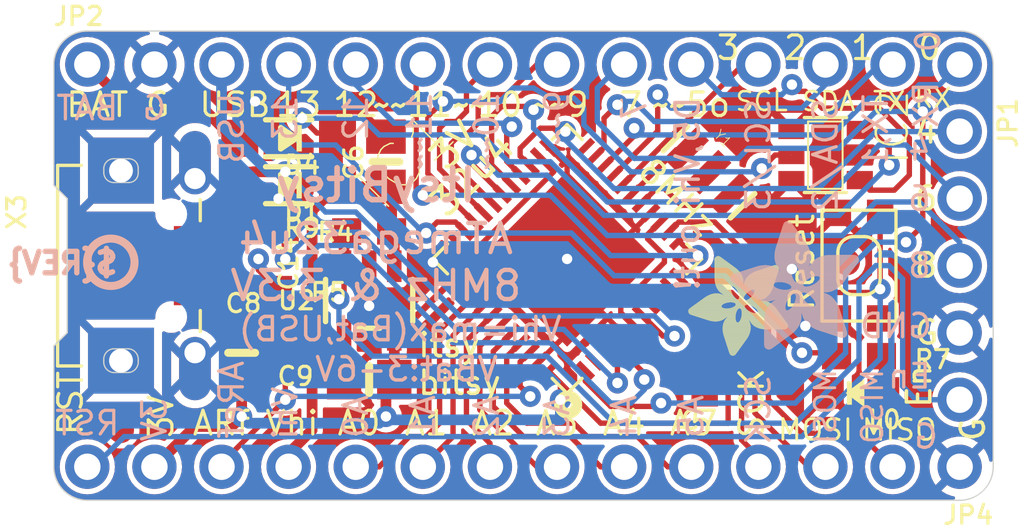
<source format=kicad_pcb>
(kicad_pcb (version 20221018) (generator pcbnew)
  (layers (0 "F.Cu" signal) (31 "B.Cu" signal) (34 "B.Paste" user) (35 "F.Paste" user) (36 "B.SilkS" user "B.Silkscreen") (37 "F.SilkS" user "F.Silkscreen") (38 "B.Mask" user) (39 "F.Mask" user) (44 "Edge.Cuts" user))
  (net 0 "")
  (net 1 "GND")
  (net 2 "D-")
  (net 3 "D+")
  (net 4 "MOSI")
  (net 5 "MISO")
  (net 6 "SCK")
  (net 7 "RST")
  (net 8 "N$11")
  (net 9 "N$12")
  (net 10 "A5")
  (net 11 "A4")
  (net 12 "A3")
  (net 13 "A2")
  (net 14 "A1")
  (net 15 "SDA")
  (net 16 "N$15")
  (net 17 "N$16")
  (net 18 "D1")
  (net 19 "D0")
  (net 20 "+3V3")
  (net 21 "VBUS")
  (net 22 "VBAT")
  (net 23 "N$2")
  (net 24 "AREF")
  (net 25 "A0")
  (net 26 "SCL")
  (net 27 "D4")
  (net 28 "D8")
  (net 29 "D7")
  (net 30 "EN")
  (net 31 "D5")
  (net 32 "D6")
  (net 33 "D10")
  (net 34 "D12")
  (net 35 "D13")
  (net 36 "D11")
  (net 37 "D9")
  (net 38 "VMAX")
  (net 39 "D5_OUT")
  (footprint "working:KMR2" (layer "F.Cu") (at 161.2011 105.0036 -90)
    (fp_text reference "SW1" hide)
    (fp_text value "SPST_TACT-KMR2" hide)
  )
  (footprint "working:1X05_ROUND" (layer "F.Cu") (at 165.0111 105.0036 -90)
    (fp_text reference "JP1")
    (fp_text value "")
  )
  (footprint "working:SOD-123" (layer "F.Cu") (at 139.6111 100.1776 180)
    (fp_text reference "D4")
    (fp_text value "MBR120")
  )
  (footprint "working:TQFN44_7MM" (layer "F.Cu") (at 150.1521 104.7496 45)
    (fp_text reference "IC1")
    (fp_text value "ATMEGA32U4-MU")
  )
  (footprint "working:CHIPLED_0805_NOOUTLINE" (layer "F.Cu") (at 161.0741 109.8296 90)
    (fp_text reference "L0")
    (fp_text value "RED")
  )
  (footprint "working:0603-NO" (layer "F.Cu") (at 142.6591 103.7082 180)
    (fp_text reference "R9")
    (fp_text value "100k")
  )
  (footprint "working:FIDUCIAL_1MM" (layer "F.Cu") (at 133.2611 111.2266 -90)
    (fp_text reference "U$34" hide)
    (fp_text value "FIDUCIAL\"\"" hide)
  )
  (footprint "working:0603-NO" (layer "F.Cu") (at 139.4841 108.0516 90)
    (fp_text reference "C14")
    (fp_text value "1uF")
  )
  (footprint "working:0603-NO" (layer "F.Cu") (at 155.3591 108.9406 -90)
    (fp_text reference "C7")
    (fp_text value "1uF")
  )
  (footprint "working:0805-NO" (layer "F.Cu") (at 142.6591 109.3216 180)
    (fp_text reference "C9")
    (fp_text value "10uF")
  )
  (footprint "working:1X14_ROUND70" (layer "F.Cu") (at 148.5011 97.3836)
    (fp_text reference "JP2")
    (fp_text value "")
  )
  (footprint "working:1X14_ROUND70" (layer "F.Cu") (at 148.5011 112.6236 180)
    (fp_text reference "JP4")
    (fp_text value "")
  )
  (footprint "working:0805-NO" (layer "F.Cu") (at 137.8331 108.3056 90)
    (fp_text reference "C8")
    (fp_text value "10µF")
  )
  (footprint "working:SOT23-5" (layer "F.Cu") (at 142.6591 106.3244 180)
    (fp_text reference "U2")
    (fp_text value "MIC5225-3.3")
  )
  (footprint "working:FIDUCIAL_1MM" (layer "F.Cu") (at 160.7403 104.8696 -90)
    (fp_text reference "U$35" hide)
    (fp_text value "FIDUCIAL\"\"" hide)
  )
  (footprint "working:0603-NO" (layer "F.Cu") (at 138.5951 103.6066)
    (fp_text reference "R4")
    (fp_text value "22")
  )
  (footprint "working:SOT23-5" (layer "F.Cu") (at 159.9311 100.8126 -90)
    (fp_text reference "IC2")
    (fp_text value "74HCT1G125DBV")
  )
  (footprint "working:SOD-123" (layer "F.Cu") (at 139.6111 101.9556 180)
    (fp_text reference "D1")
    (fp_text value "MBR120")
  )
  (footprint "working:0603-NO" (layer "F.Cu") (at 161.2011 108.4326)
    (fp_text reference "R7")
    (fp_text value "2.2K")
  )
  (footprint "working:ADAFRUIT_3.5MM" (layer "F.Cu") (at 158.5341 104.6226 180)
    (fp_text reference "U$7" hide)
    (fp_text value "" hide)
  )
  (footprint "working:RESONATOR-SMD" (layer "F.Cu") (at 155.523296 101.46301 -45)
    (fp_text reference "Y1")
    (fp_text value "8MHz")
  )
  (footprint "working:0603-NO" (layer "F.Cu") (at 138.3411 105.8926)
    (fp_text reference "R5")
    (fp_text value "22")
  )
  (footprint "working:4UCONN_20329_V2" (layer "F.Cu") (at 135.1661 105.0036 -90)
    (fp_text reference "X3")
    (fp_text value "microUSB")
    (fp_line (start -4.05 2.15) (end -4.05 1.6) (stroke (width 0.05)) (layer "Edge.Cuts"))
    (fp_line (start -3.7 1.25) (end -3.5 1.25) (stroke (width 0.05)) (layer "Edge.Cuts"))
    (fp_line (start -3.5 2.55) (end -3.7 2.55) (stroke (width 0.05)) (layer "Edge.Cuts"))
    (fp_line (start -3.15 1.6) (end -3.15 2.15) (stroke (width 0.05)) (layer "Edge.Cuts"))
    (fp_line (start 3.15 2.2) (end 3.15 1.6) (stroke (width 0.05)) (layer "Edge.Cuts"))
    (fp_line (start 4.05 1.6) (end 4.05 2.2) (stroke (width 0.05)) (layer "Edge.Cuts"))
    (fp_arc (start -4.05 1.6) (mid -3.947487 1.352513) (end -3.7 1.25) (stroke (width 0.05)) (layer "Edge.Cuts"))
    (fp_arc (start -3.7 2.55) (mid -3.957843 2.422487) (end -4.05 2.15) (stroke (width 0.05)) (layer "Edge.Cuts"))
    (fp_arc (start -3.5 1.25) (mid -3.252513 1.352513) (end -3.15 1.6) (stroke (width 0.05)) (layer "Edge.Cuts"))
    (fp_arc (start -3.15 2.15) (mid -3.242157 2.422487) (end -3.5 2.55) (stroke (width 0.05)) (layer "Edge.Cuts"))
    (fp_arc (start 3.15 1.6) (mid 3.302513 1.331802) (end 3.6 1.25) (stroke (width 0.05)) (layer "Edge.Cuts"))
    (fp_arc (start 3.6 1.25) (mid 3.897487 1.331802) (end 4.05 1.6) (stroke (width 0.05)) (layer "Edge.Cuts"))
    (fp_arc (start 3.6 2.55) (mid 3.302513 2.468198) (end 3.15 2.2) (stroke (width 0.05)) (layer "Edge.Cuts"))
    (fp_arc (start 4.05 2.2) (mid 3.897487 2.468198) (end 3.6 2.55) (stroke (width 0.05)) (layer "Edge.Cuts"))
  )
  (footprint "working:0805-NO" (layer "F.Cu") (at 143.2941 101.0666 90)
    (fp_text reference "C6")
    (fp_text value "10µF")
  )
  (footprint "working:ADAFRUIT_5MM" (layer "B.Cu") (at 161.2011 108.1786 180)
    (fp_text reference "U$4" hide)
    (fp_text value "" hide)
  )
  (footprint "working:PCBFEAT-REV-040" (layer "B.Cu") (at 132.8801 104.8766 180)
    (fp_text reference "U$2" hide)
    (fp_text value "" hide)
  )
  (gr_line (start 130.7211 108.0516) (end 130.7211 112.6236) (stroke (width 0.05)) (layer "Edge.Cuts"))
  (gr_line (start 130.7211 101.9556) (end 131.2291 102.4636) (stroke (width 0.05)) (layer "Edge.Cuts"))
  (gr_line (start 130.7211 97.3836) (end 130.7211 101.9556) (stroke (width 0.05)) (layer "Edge.Cuts"))
  (gr_arc (start 166.2811 112.6236) (mid 165.909126 113.521626) (end 165.0111 113.8936) (stroke (width 0.05)) (layer "Edge.Cuts"))
  (gr_line (start 131.2291 102.4636) (end 131.2291 107.5436) (stroke (width 0.05)) (layer "Edge.Cuts"))
  (gr_line (start 165.0111 96.1136) (end 131.9911 96.1136) (stroke (width 0.05)) (layer "Edge.Cuts"))
  (gr_arc (start 131.9911 113.8936) (mid 131.093074 113.521626) (end 130.7211 112.6236) (stroke (width 0.05)) (layer "Edge.Cuts"))
  (gr_arc (start 165.0111 96.1136) (mid 165.909126 96.485574) (end 166.2811 97.3836) (stroke (width 0.05)) (layer "Edge.Cuts"))
  (gr_line (start 166.2811 112.6236) (end 166.2811 97.3836) (stroke (width 0.05)) (layer "Edge.Cuts"))
  (gr_line (start 131.2291 107.5436) (end 130.7211 108.0516) (stroke (width 0.05)) (layer "Edge.Cuts"))
  (gr_line (start 131.9911 113.8936) (end 165.0111 113.8936) (stroke (width 0.05)) (layer "Edge.Cuts"))
  (gr_arc (start 130.7211 97.3836) (mid 131.093074 96.485574) (end 131.9911 96.1136) (stroke (width 0.05)) (layer "Edge.Cuts"))
  (gr_text "MOSI" (at 159.9311 110.3376 -270) (layer "B.SilkS") (effects (font (size 0.78232 0.78232) (thickness 0.10668)) (justify mirror)))
  (gr_text "ATmega32u4\n8MHz & 3.3V" (at 142.9131 104.8766) (layer "B.SilkS") (effects (font (size 1.1049 1.1049) (thickness 0.1651)) (justify mirror)))
  (gr_text "GND" (at 162.5981 107.2896) (layer "B.SilkS") (effects (font (size 0.89408 0.89408) (thickness 0.12192)) (justify mirror)))
  (gr_text "6" (at 163.4871 102.4636) (layer "B.SilkS") (effects (font (size 0.89408 0.89408) (thickness 0.12192)) (justify mirror)))
  (gr_text "9~~" (at 149.7711 99.4156 -270) (layer "B.SilkS") (effects (font (size 0.89408 0.89408) (thickness 0.12192)) (justify mirror)))
  (gr_text "A4" (at 152.3111 110.7186 -270) (layer "B.SilkS") (effects (font (size 0.89408 0.89408) (thickness 0.12192)) (justify mirror)))
  (gr_text "4" (at 163.4871 100.5586) (layer "B.SilkS") (effects (font (size 0.89408 0.89408) (thickness 0.12192)) (justify mirror)))
  (gr_text "A2" (at 147.1041 110.7186 -270) (layer "B.SilkS") (effects (font (size 0.89408 0.89408) (thickness 0.12192)) (justify mirror)))
  (gr_text "11~~" (at 144.5641 99.9236 -270) (layer "B.SilkS") (effects (font (size 0.89408 0.89408) (thickness 0.12192)) (justify mirror)))
  (gr_text "7" (at 152.6921 99.0346 -270) (layer "B.SilkS") (effects (font (size 0.89408 0.89408) (thickness 0.12192)) (justify mirror)))
  (gr_text "En" (at 163.1061 109.1946) (layer "B.SilkS") (effects (font (size 0.89408 0.89408) (thickness 0.12192)) (justify mirror)))
  (gr_text "3V" (at 134.5311 110.8456 -270) (layer "B.SilkS") (effects (font (size 0.89408 0.89408) (thickness 0.12192)) (justify mirror)))
  (gr_text "A1" (at 144.6911 110.7186 -270) (layer "B.SilkS") (effects (font (size 0.89408 0.89408) (thickness 0.12192)) (justify mirror)))
  (gr_text "A5" (at 154.8511 110.7186 -270) (layer "B.SilkS") (effects (font (size 0.89408 0.89408) (thickness 0.12192)) (justify mirror)))
  (gr_text "Vhi=max(Bat,USB)" (at 150.0251 107.9246) (layer "B.SilkS") (effects (font (size 0.88392 0.88392) (thickness 0.13208)) (justify left bottom mirror)))
  (gr_text "12" (at 142.1511 99.4156 -270) (layer "B.SilkS") (effects (font (size 0.89408 0.89408) (thickness 0.12192)) (justify mirror)))
  (gr_text "8" (at 163.4871 105.0036) (layer "B.SilkS") (effects (font (size 0.89408 0.89408) (thickness 0.12192)) (justify mirror)))
  (gr_text "D5,Vhi out!" (at 155.2321 98.5266 -270) (layer "B.SilkS") (effects (font (size 0.88392 0.88392) (thickness 0.13208)) (justify left bottom mirror)))
  (gr_text "SCL/3" (at 157.3911 100.8126 -270) (layer "B.SilkS") (effects (font (size 0.89408 0.89408) (thickness 0.12192)) (justify mirror)))
  (gr_text "A0" (at 142.1511 110.7186 -270) (layer "B.SilkS") (effects (font (size 0.89408 0.89408) (thickness 0.12192)) (justify mirror)))
  (gr_text "VBat:3-6V" (at 147.6121 109.4486) (layer "B.SilkS") (effects (font (size 0.88392 0.88392) (thickness 0.13208)) (justify left bottom mirror)))
  (gr_text "Vhi" (at 139.4841 110.5916 -270) (layer "B.SilkS") (effects (font (size 0.89408 0.89408) (thickness 0.12192)) (justify mirror)))
  (gr_text "ARef" (at 137.4521 110.0836 -270) (layer "B.SilkS") (effects (font (size 0.89408 0.89408) (thickness 0.12192)) (justify mirror)))
  (gr_text "ItsyBitsy" (at 142.9131 101.9556) (layer "B.SilkS") (effects (font (size 1.20904 1.20904) (thickness 0.21336)) (justify mirror)))
  (gr_text "SCK" (at 157.3911 110.4646 -270) (layer "B.SilkS") (effects (font (size 0.89408 0.89408) (thickness 0.12192)) (justify mirror)))
  (gr_text "10~~" (at 147.1041 99.9236 -270) (layer "B.SilkS") (effects (font (size 0.89408 0.89408) (thickness 0.12192)) (justify mirror)))
  (gr_text "13" (at 139.4841 99.4156 -270) (layer "B.SilkS") (effects (font (size 0.89408 0.89408) (thickness 0.12192)) (justify mirror)))
  (gr_text "0" (at 163.7411 96.4946 -90) (layer "B.SilkS") (effects (font (size 0.89408 0.89408) (thickness 0.12192)) (justify mirror)))
  (gr_text "G" (at 163.7411 111.4806) (layer "B.SilkS") (effects (font (size 0.89408 0.89408) (thickness 0.12192)) (justify mirror)))
  (gr_text "A3" (at 149.7711 110.7186 -270) (layer "B.SilkS") (effects (font (size 0.89408 0.89408) (thickness 0.12192)) (justify mirror)))
  (gr_text "SDA/2" (at 159.9311 100.8126 -270) (layer "B.SilkS") (effects (font (size 0.89408 0.89408) (thickness 0.12192)) (justify mirror)))
  (gr_text "MISO" (at 161.7091 110.3376 -270) (layer "B.SilkS") (effects (font (size 0.78232 0.78232) (thickness 0.10668)) (justify mirror)))
  (gr_text "TX,1" (at 161.8361 99.9236 -270) (layer "B.SilkS") (effects (font (size 0.89408 0.89408) (thickness 0.12192)) (justify mirror)))
  (gr_text "RX" (at 163.7411 98.9076 -270) (layer "B.SilkS") (effects (font (size 0.89408 0.89408) (thickness 0.12192)) (justify mirror)))
  (gr_text "BAT" (at 131.9911 99.0346) (layer "B.SilkS") (effects (font (size 0.89408 0.89408) (thickness 0.12192)) (justify mirror)))
  (gr_text "USB" (at 137.4521 99.7966 -270) (layer "B.SilkS") (effects (font (size 0.89408 0.89408) (thickness 0.12192)) (justify mirror)))
  (gr_text "RST" (at 131.9911 110.9726) (layer "B.SilkS") (effects (font (size 0.89408 0.89408) (thickness 0.12192)) (justify mirror)))
  (gr_text "G" (at 134.5311 99.0346) (layer "B.SilkS") (effects (font (size 0.89408 0.89408) (thickness 0.12192)) (justify mirror)))
  (gr_text "Vhi" (at 139.7381 110.9726) (layer "F.SilkS") (effects (font (size 0.89408 0.89408) (thickness 0.12192))))
  (gr_text "13" (at 139.9921 98.9076) (layer "F.SilkS") (effects (font (size 0.89408 0.89408) (thickness 0.12192))))
  (gr_text "7" (at 152.5651 98.9076) (layer "F.SilkS") (effects (font (size 0.89408 0.89408) (thickness 0.12192))))
  (gr_text "ARf" (at 137.0711 110.9726) (layer "F.SilkS") (effects (font (size 0.89408 0.89408) (thickness 0.12192))))
  (gr_text "itsy\nbitsy" (at 144.4371 109.9566) (layer "F.SilkS") (effects (font (size 0.88392 0.88392) (thickness 0.13208)) (justify left bottom)))
  (gr_text "RX" (at 163.9951 98.6536) (layer "F.SilkS") (effects (font (size 0.715264 0.715264) (thickness 0.097536))))
  (gr_text "2" (at 158.7881 96.7486) (layer "F.SilkS") (effects (font (size 0.89408 0.89408) (thickness 0.12192))))
  (gr_text "~~11" (at 144.3101 98.9076) (layer "F.SilkS") (effects (font (size 0.89408 0.89408) (thickness 0.12192))))
  (gr_text "MISO" (at 162.7251 111.2266) (layer "F.SilkS") (effects (font (size 0.78232 0.78232) (thickness 0.10668))))
  (gr_text "G" (at 163.2331 108.0516) (layer "F.SilkS") (effects (font (size 0.88392 0.88392) (thickness 0.13208)) (justify left bottom)))
  (gr_text "3" (at 156.2481 96.7486) (layer "F.SilkS") (effects (font (size 0.89408 0.89408) (thickness 0.12192))))
  (gr_text "6" (at 163.2331 102.9716) (layer "F.SilkS") (effects (font (size 0.88392 0.88392) (thickness 0.13208)) (justify left bottom)))
  (gr_text "G" (at 166.0271 111.7346 90) (layer "F.SilkS") (effects (font (size 0.88392 0.88392) (thickness 0.13208)) (justify left bottom)))
  (gr_text "SDA" (at 160.0581 98.7806) (layer "F.SilkS") (effects (font (size 0.715264 0.715264) (thickness 0.097536))))
  (gr_text "A4" (at 152.3111 110.9726) (layer "F.SilkS") (effects (font (size 0.89408 0.89408) (thickness 0.12192))))
  (gr_text "USB" (at 137.5791 98.9076) (layer "F.SilkS") (effects (font (size 0.89408 0.89408) (thickness 0.12192))))
  (gr_text "En" (at 163.9951 110.4646 90) (layer "F.SilkS") (effects (font (size 0.88392 0.88392) (thickness 0.13208)) (justify left bottom)))
  (gr_text "~~9" (at 149.8981 98.9076) (layer "F.SilkS") (effects (font (size 0.89408 0.89408) (thickness 0.12192))))
  (gr_text "3V" (at 134.7851 110.7186 90) (layer "F.SilkS") (effects (font (size 0.89408 0.89408) (thickness 0.12192))))
  (gr_text "~~5o" (at 154.8511 98.9076) (layer "F.SilkS") (effects (font (size 0.89408 0.89408) (thickness 0.12192))))
  (gr_text "A0" (at 142.2781 110.9726) (layer "F.SilkS") (effects (font (size 0.89408 0.89408) (thickness 0.12192))))
  (gr_text "1" (at 161.3281 96.7486) (layer "F.SilkS") (effects (font (size 0.89408 0.89408) (thickness 0.12192))))
  (gr_text "3V" (at 145.5801 101.5746 45) (layer "F.SilkS") (effects (font (size 0.99441 0.99441) (thickness 0.14859)) (justify left bottom)))
  (gr_text "A2" (at 147.3581 110.9726) (layer "F.SilkS") (effects (font (size 0.89408 0.89408) (thickness 0.12192))))
  (gr_text "BAT" (at 132.3721 98.9076) (layer "F.SilkS") (effects (font (size 0.89408 0.89408) (thickness 0.12192))))
  (gr_text "12" (at 142.1511 98.9076) (layer "F.SilkS") (effects (font (size 0.89408 0.89408) (thickness 0.12192))))
  (gr_text "4" (at 163.2331 100.4316) (layer "F.SilkS") (effects (font (size 0.88392 0.88392) (thickness 0.13208)) (justify left bottom)))
  (gr_text "G" (at 134.6581 98.9076) (layer "F.SilkS") (effects (font (size 0.89408 0.89408) (thickness 0.12192))))
  (gr_text "Reset" (at 159.0421 104.8766 90) (layer "F.SilkS") (effects (font (size 0.89408 0.89408) (thickness 0.12192))))
  (gr_text "8" (at 163.2331 105.5116) (layer "F.SilkS") (effects (font (size 0.88392 0.88392) (thickness 0.13208)) (justify left bottom)))
  (gr_text "32u4" (at 145.5801 103.3526 45) (layer "F.SilkS") (effects (font (size 0.99441 0.99441) (thickness 0.14859)) (justify left bottom)))
  (gr_text "A1" (at 144.8181 110.9726) (layer "F.SilkS") (effects (font (size 0.89408 0.89408) (thickness 0.12192))))
  (gr_text "10" (at 147.6121 98.9076) (layer "F.SilkS") (effects (font (size 0.89408 0.89408) (thickness 0.12192))))
  (gr_text "RST" (at 131.3561 110.2106 90) (layer "F.SilkS") (effects (font (size 0.89408 0.89408) (thickness 0.12192))))
  (gr_text "~~" (at 146.4691 98.9076) (layer "F.SilkS") (effects (font (size 0.89408 0.89408) (thickness 0.12192))))
  (gr_text "SCK" (at 157.1371 110.2106 90) (layer "F.SilkS") (effects (font (size 0.89408 0.89408) (thickness 0.12192))))
  (gr_text "TX" (at 162.3441 98.7806) (layer "F.SilkS") (effects (font (size 0.715264 0.715264) (thickness 0.097536))))
  (gr_text "0" (at 163.8681 96.7486) (layer "F.SilkS") (effects (font (size 0.89408 0.89408) (thickness 0.12192))))
  (gr_text "8MHz" (at 155.9941 103.3526 315) (layer "F.SilkS") (effects (font (size 0.88392 0.88392) (thickness 0.13208)) (justify right top)))
  (gr_text "A3" (at 149.7711 110.9726) (layer "F.SilkS") (effects (font (size 0.89408 0.89408) (thickness 0.12192))))
  (gr_text "MOSI" (at 159.5501 111.2266) (layer "F.SilkS") (effects (font (size 0.78232 0.78232) (thickness 0.10668))))
  (gr_text "A5" (at 154.8511 110.9726) (layer "F.SilkS") (effects (font (size 0.89408 0.89408) (thickness 0.12192))))
  (gr_text "SCL" (at 157.5181 98.7806) (layer "F.SilkS") (effects (font (size 0.715264 0.715264) (thickness 0.097536))))
  (segment (start 153.3164 102.999513) (end 151.566312 104.7496) (width 0.2032) (layer "F.Cu") (net 1))
  (segment (start 150.1521 101.214069) (end 150.1521 104.7496) (width 0.2032) (layer "F.Cu") (net 1))
  (segment (start 151.566312 104.7496) (end 150.1521 104.7496) (width 0.2032) (layer "F.Cu") (net 1))
  (segment (start 149.462668 100.524638) (end 150.1521 101.214069) (width 0.2032) (layer "F.Cu") (net 1))
  (segment (start 150.1521 107.578029) (end 150.1521 105.45671) (width 0.2032) (layer "F.Cu") (net 1))
  (segment (start 149.109115 108.621013) (end 150.1521 107.578029) (width 0.2032) (layer "F.Cu") (net 1))
  (segment (start 147.323671 104.7496) (end 150.1521 104.7496) (width 0.2032) (layer "F.Cu") (net 1))
  (segment (start 150.1521 105.45671) (end 150.1521 104.7496) (width 0.2032) (layer "F.Cu") (net 1))
  (segment (start 152.25574 107.56035) (end 150.1521 105.45671) (width 0.2032) (layer "F.Cu") (net 1))
  (segment (start 146.280687 105.792585) (end 147.323671 104.7496) (width 0.2032) (layer "F.Cu") (net 1))
  (via (at 138.3411 98.7806) (size 0.8001) (drill 0.3937) (layers "F.Cu" "B.Cu") (net 1))
  (via (at 150.1521 104.7496) (size 0.8001) (drill 0.3937) (layers "F.Cu" "B.Cu") (net 1))
  (via (at 158.6611 105.1306) (size 0.8001) (drill 0.3937) (layers "F.Cu" "B.Cu") (net 1))
  (via (at 145.0721 104.8766) (size 0.8001) (drill 0.3937) (layers "F.Cu" "B.Cu") (net 1))
  (via (at 159.1691 107.2896) (size 0.8001) (drill 0.3937) (layers "F.Cu" "B.Cu") (net 1))
  (via (at 139.2301 102.4636) (size 0.8001) (drill 0.3937) (layers "F.Cu" "B.Cu") (net 1))
  (via (at 142.6591 106.5276) (size 0.8001) (drill 0.3937) (layers "F.Cu" "B.Cu") (net 1))
  (segment (start 152.0571 108.775922) (end 151.548634 108.267457) (width 0.2032) (layer "F.Cu") (net 2))
  (segment (start 152.0571 109.4486) (end 152.0571 108.775922) (width 0.2032) (layer "F.Cu") (net 2))
  (segment (start 139.4451 104.7106) (end 139.4841 104.7496) (width 0.2032) (layer "F.Cu") (net 2))
  (segment (start 139.4451 103.6066) (end 139.4451 104.7106) (width 0.2032) (layer "F.Cu") (net 2))
  (via (at 139.4841 104.7496) (size 0.8001) (drill 0.3937) (layers "F.Cu" "B.Cu") (net 2))
  (via (at 152.0571 109.4486) (size 0.8001) (drill 0.3937) (layers "F.Cu" "B.Cu") (net 2))
  (segment (start 142.2781 103.7336) (end 145.9611 107.4166) (width 0.2032) (layer "B.Cu") (net 2))
  (segment (start 140.5001 103.7336) (end 142.2781 103.7336) (width 0.2032) (layer "B.Cu") (net 2))
  (segment (start 139.4841 104.7496) (end 140.5001 103.7336) (width 0.2032) (layer "B.Cu") (net 2))
  (segment (start 150.0251 107.4166) (end 152.0571 109.4486) (width 0.2032) (layer "B.Cu") (net 2))
  (segment (start 145.9611 107.4166) (end 150.0251 107.4166) (width 0.2032) (layer "B.Cu") (net 2))
  (segment (start 138.4681 104.7496) (end 138.4681 105.1696) (width 0.2032) (layer "F.Cu") (net 3))
  (segment (start 153.0731 109.084816) (end 153.0731 109.3216) (width 0.2032) (layer "F.Cu") (net 3))
  (segment (start 138.4681 105.1696) (end 139.1911 105.8926) (width 0.2032) (layer "F.Cu") (net 3))
  (segment (start 151.902187 107.913904) (end 153.0731 109.084816) (width 0.2032) (layer "F.Cu") (net 3))
  (via (at 153.0731 109.3216) (size 0.8001) (drill 0.3937) (layers "F.Cu" "B.Cu") (net 3))
  (via (at 138.4681 104.7496) (size 0.8001) (drill 0.3937) (layers "F.Cu" "B.Cu") (net 3))
  (segment (start 138.4681 104.8766) (end 138.4681 104.7496) (width 0.2032) (layer "B.Cu") (net 3))
  (segment (start 151.8031 110.2106) (end 152.5651 110.2106) (width 0.2032) (layer "B.Cu") (net 3))
  (segment (start 140.2461 105.3846) (end 140.2461 104.7496) (width 0.2032) (layer "B.Cu") (net 3))
  (segment (start 140.7541 104.2416) (end 142.1511 104.2416) (width 0.2032) (layer "B.Cu") (net 3))
  (segment (start 152.5651 110.2106) (end 153.0731 109.7026) (width 0.2032) (layer "B.Cu") (net 3))
  (segment (start 145.8341 107.9246) (end 149.5171 107.9246) (width 0.2032) (layer "B.Cu") (net 3))
  (segment (start 139.2301 105.6386) (end 138.4681 104.8766) (width 0.2032) (layer "B.Cu") (net 3))
  (segment (start 140.2461 104.7496) (end 140.7541 104.2416) (width 0.2032) (layer "B.Cu") (net 3))
  (segment (start 139.2301 105.6386) (end 139.9921 105.6386) (width 0.2032) (layer "B.Cu") (net 3))
  (segment (start 149.5171 107.9246) (end 151.8031 110.2106) (width 0.2032) (layer "B.Cu") (net 3))
  (segment (start 142.1511 104.2416) (end 145.8341 107.9246) (width 0.2032) (layer "B.Cu") (net 3))
  (segment (start 139.9921 105.6386) (end 140.2461 105.3846) (width 0.2032) (layer "B.Cu") (net 3))
  (segment (start 153.0731 109.7026) (end 153.0731 109.3216) (width 0.2032) (layer "B.Cu") (net 3))
  (segment (start 154.758525 106.5276) (end 156.1211 106.5276) (width 0.2032) (layer "F.Cu") (net 4))
  (segment (start 157.2641 107.6706) (end 157.2641 110.5916) (width 0.2032) (layer "F.Cu") (net 4))
  (segment (start 157.2641 110.5916) (end 159.2961 112.6236) (width 0.2032) (layer "F.Cu") (net 4))
  (segment (start 154.023509 105.792585) (end 154.758525 106.5276) (width 0.2032) (layer "F.Cu") (net 4))
  (segment (start 159.2961 112.6236) (end 159.9311 112.6236) (width 0.2032) (layer "F.Cu") (net 4))
  (segment (start 156.1211 106.5276) (end 157.2641 107.6706) (width 0.2032) (layer "F.Cu") (net 4))
  (segment (start 161.2011 111.3536) (end 162.4711 112.6236) (width 0.2032) (layer "F.Cu") (net 5))
  (segment (start 159.0421 111.3536) (end 161.2011 111.3536) (width 0.2032) (layer "F.Cu") (net 5))
  (segment (start 156.3751 106.0196) (end 157.7721 107.4166) (width 0.2032) (layer "F.Cu") (net 5))
  (segment (start 157.7721 110.0836) (end 159.0421 111.3536) (width 0.2032) (layer "F.Cu") (net 5))
  (segment (start 157.7721 107.4166) (end 157.7721 110.0836) (width 0.2032) (layer "F.Cu") (net 5))
  (segment (start 154.377062 105.439032) (end 154.957631 106.0196) (width 0.2032) (layer "F.Cu") (net 5))
  (segment (start 154.957631 106.0196) (end 156.3751 106.0196) (width 0.2032) (layer "F.Cu") (net 5))
  (segment (start 155.8671 107.0356) (end 156.7561 107.9246) (width 0.2032) (layer "F.Cu") (net 6))
  (segment (start 156.7561 111.6076) (end 157.3911 112.2426) (width 0.2032) (layer "F.Cu") (net 6))
  (segment (start 156.7561 107.9246) (end 156.7561 111.6076) (width 0.2032) (layer "F.Cu") (net 6))
  (segment (start 153.669953 106.146138) (end 154.559415 107.0356) (width 0.2032) (layer "F.Cu") (net 6))
  (segment (start 154.559415 107.0356) (end 155.8671 107.0356) (width 0.2032) (layer "F.Cu") (net 6))
  (segment (start 157.3911 112.2426) (end 157.3911 112.6236) (width 0.2032) (layer "F.Cu") (net 6))
  (segment (start 162.0011 105.9816) (end 162.0011 105.8926) (width 0.2032) (layer "F.Cu") (net 7))
  (segment (start 162.0011 107.0036) (end 162.0011 105.8926) (width 0.2032) (layer "F.Cu") (net 7))
  (segment (start 154.023509 103.706619) (end 154.377528 103.3526) (width 0.2032) (layer "F.Cu") (net 7))
  (segment (start 162.0011 103.0036) (end 162.0011 105.8926) (width 0.2032) (layer "F.Cu") (net 7))
  (segment (start 154.377528 103.3526) (end 155.7401 103.3526) (width 0.2032) (layer "F.Cu") (net 7))
  (segment (start 161.9631 106.0196) (end 162.0011 105.9816) (width 0.2032) (layer "F.Cu") (net 7))
  (segment (start 155.7401 103.3526) (end 158.4071 106.0196) (width 0.2032) (layer "F.Cu") (net 7))
  (segment (start 162.0011 107.2516) (end 162.0011 107.0036) (width 0.2032) (layer "F.Cu") (net 7))
  (segment (start 158.4071 106.0196) (end 161.9631 106.0196) (width 0.2032) (layer "F.Cu") (net 7))
  (via (at 162.0011 105.8926) (size 0.8001) (drill 0.3937) (layers "F.Cu" "B.Cu") (net 7))
  (segment (start 162.0011 108.5216) (end 162.0011 105.8926) (width 0.2032) (layer "B.Cu") (net 7))
  (segment (start 133.3881 111.4806) (end 159.0421 111.4806) (width 0.2032) (layer "B.Cu") (net 7))
  (segment (start 159.0421 111.4806) (end 162.0011 108.5216) (width 0.2032) (layer "B.Cu") (net 7))
  (segment (start 131.9911 112.6236) (end 132.2451 112.6236) (width 0.2032) (layer "B.Cu") (net 7))
  (segment (start 132.2451 112.6236) (end 133.3881 111.4806) (width 0.2032) (layer "B.Cu") (net 7))
  (segment (start 152.962846 102.64596) (end 153.526206 102.0826) (width 0.2032) (layer "F.Cu") (net 8))
  (segment (start 155.8671 102.7176) (end 156.273159 102.311541) (width 0.2032) (layer "F.Cu") (net 8))
  (segment (start 154.4701 102.7176) (end 155.8671 102.7176) (width 0.2032) (layer "F.Cu") (net 8))
  (segment (start 153.8351 102.0826) (end 154.4701 102.7176) (width 0.2032) (layer "F.Cu") (net 8))
  (segment (start 156.273159 102.311541) (end 156.371825 102.311541) (width 0.2032) (layer "F.Cu") (net 8))
  (segment (start 153.526206 102.0826) (end 153.8351 102.0826) (width 0.2032) (layer "F.Cu") (net 8))
  (segment (start 152.609293 102.292407) (end 154.287218 100.614482) (width 0.2032) (layer "F.Cu") (net 9))
  (segment (start 154.287218 100.614482) (end 154.674765 100.614482) (width 0.2032) (layer "F.Cu") (net 9))
  (segment (start 150.4061 110.9726) (end 150.9141 111.4806) (width 0.2032) (layer "F.Cu") (net 10))
  (segment (start 152.8191 111.4806) (end 153.9621 112.6236) (width 0.2032) (layer "F.Cu") (net 10))
  (segment (start 148.402009 107.913904) (end 147.8661 108.449813) (width 0.2032) (layer "F.Cu") (net 10))
  (segment (start 147.8661 108.449813) (end 147.8661 110.2106) (width 0.2032) (layer "F.Cu") (net 10))
  (segment (start 147.8661 110.2106) (end 148.6281 110.9726) (width 0.2032) (layer "F.Cu") (net 10))
  (segment (start 148.6281 110.9726) (end 150.4061 110.9726) (width 0.2032) (layer "F.Cu") (net 10))
  (segment (start 153.9621 112.6236) (end 154.8511 112.6236) (width 0.2032) (layer "F.Cu") (net 10))
  (segment (start 150.9141 111.4806) (end 152.8191 111.4806) (width 0.2032) (layer "F.Cu") (net 10))
  (segment (start 150.2791 111.4806) (end 151.4221 112.6236) (width 0.2032) (layer "F.Cu") (net 11))
  (segment (start 147.3581 108.250707) (end 147.3581 110.3376) (width 0.2032) (layer "F.Cu") (net 11))
  (segment (start 148.5011 111.4806) (end 150.2791 111.4806) (width 0.2032) (layer "F.Cu") (net 11))
  (segment (start 148.048456 107.56035) (end 147.3581 108.250707) (width 0.2032) (layer "F.Cu") (net 11))
  (segment (start 147.3581 110.3376) (end 148.5011 111.4806) (width 0.2032) (layer "F.Cu") (net 11))
  (segment (start 151.4221 112.6236) (end 152.3111 112.6236) (width 0.2032) (layer "F.Cu") (net 11))
  (segment (start 146.8501 110.4646) (end 149.0091 112.6236) (width 0.2032) (layer "F.Cu") (net 12))
  (segment (start 147.694903 107.206797) (end 146.8501 108.0516) (width 0.2032) (layer "F.Cu") (net 12))
  (segment (start 149.0091 112.6236) (end 149.7711 112.6236) (width 0.2032) (layer "F.Cu") (net 12))
  (segment (start 146.8501 108.0516) (end 146.8501 110.4646) (width 0.2032) (layer "F.Cu") (net 12))
  (segment (start 147.34135 106.853244) (end 146.3421 107.852494) (width 0.2032) (layer "F.Cu") (net 13))
  (segment (start 146.3421 107.852494) (end 146.3421 110.8456) (width 0.2032) (layer "F.Cu") (net 13))
  (segment (start 146.3421 110.8456) (end 147.2311 111.7346) (width 0.2032) (layer "F.Cu") (net 13))
  (segment (start 147.2311 111.7346) (end 147.2311 112.6236) (width 0.2032) (layer "F.Cu") (net 13))
  (segment (start 146.987796 106.499691) (end 145.8341 107.653388) (width 0.2032) (layer "F.Cu") (net 14))
  (segment (start 145.8341 111.4806) (end 144.6911 112.6236) (width 0.2032) (layer "F.Cu") (net 14))
  (segment (start 145.8341 107.653388) (end 145.8341 111.4806) (width 0.2032) (layer "F.Cu") (net 14))
  (segment (start 151.902187 101.5853) (end 153.5811 99.906388) (width 0.2032) (layer "F.Cu") (net 15))
  (segment (start 153.5811 99.906388) (end 153.5811 98.5266) (width 0.2032) (layer "F.Cu") (net 15))
  (via (at 153.5811 98.5266) (size 0.8001) (drill 0.3937) (layers "F.Cu" "B.Cu") (net 15))
  (segment (start 159.0421 99.0346) (end 159.9311 98.1456) (width 0.2032) (layer "B.Cu") (net 15))
  (segment (start 154.0891 99.0346) (end 153.5811 98.5266) (width 0.2032) (layer "B.Cu") (net 15))
  (segment (start 154.0891 99.0346) (end 159.0421 99.0346) (width 0.2032) (layer "B.Cu") (net 15))
  (segment (start 159.9311 98.1456) (end 159.9311 97.3836) (width 0.2032) (layer "B.Cu") (net 15))
  (segment (start 137.4911 105.6776) (end 137.4911 105.8926) (width 0.2032) (layer "F.Cu") (net 16))
  (segment (start 136.8171 105.0036) (end 137.4911 105.6776) (width 0.2032) (layer "F.Cu") (net 16))
  (segment (start 135.9411 105.0036) (end 136.8171 105.0036) (width 0.2032) (layer "F.Cu") (net 16))
  (segment (start 135.9411 104.3536) (end 136.9981 104.3536) (width 0.2032) (layer "F.Cu") (net 17))
  (segment (start 136.9981 104.3536) (end 137.7451 103.6066) (width 0.2032) (layer "F.Cu") (net 17))
  (segment (start 151.195081 100.878191) (end 151.5491 100.524172) (width 0.2032) (layer "F.Cu") (net 18))
  (segment (start 151.5491 100.524172) (end 151.5491 99.4156) (width 0.2032) (layer "F.Cu") (net 18))
  (segment (start 151.5491 99.4156) (end 152.0571 98.9076) (width 0.2032) (layer "F.Cu") (net 18))
  (via (at 152.0571 98.9076) (size 0.8001) (drill 0.3937) (layers "F.Cu" "B.Cu") (net 18))
  (segment (start 152.6921 98.7806) (end 153.4541 99.5426) (width 0.2032) (layer "B.Cu") (net 18))
  (segment (start 153.4541 99.5426) (end 159.8041 99.5426) (width 0.2032) (layer "B.Cu") (net 18))
  (segment (start 159.8041 99.5426) (end 161.9631 97.3836) (width 0.2032) (layer "B.Cu") (net 18))
  (segment (start 152.0571 98.9076) (end 152.0571 98.7806) (width 0.2032) (layer "B.Cu") (net 18))
  (segment (start 152.0571 98.7806) (end 152.6921 98.7806) (width 0.2032) (layer "B.Cu") (net 18))
  (segment (start 161.9631 97.3836) (end 162.4711 97.3836) (width 0.2032) (layer "B.Cu") (net 18))
  (segment (start 151.9301 98.7806) (end 152.0571 98.7806) (width 0.2032) (layer "B.Cu") (net 18))
  (segment (start 151.548634 101.231747) (end 152.6921 100.088282) (width 0.2032) (layer "F.Cu") (net 19))
  (segment (start 152.6921 100.088282) (end 152.6921 99.7966) (width 0.2032) (layer "F.Cu") (net 19))
  (via (at 152.6921 99.7966) (size 0.8001) (drill 0.3937) (layers "F.Cu" "B.Cu") (net 19))
  (segment (start 152.6921 99.9236) (end 152.6921 99.7966) (width 0.2032) (layer "B.Cu") (net 19))
  (segment (start 161.5821 98.6536) (end 162.9791 98.6536) (width 0.2032) (layer "B.Cu") (net 19))
  (segment (start 152.8191 100.0506) (end 152.6921 99.9236) (width 0.2032) (layer "B.Cu") (net 19))
  (segment (start 162.9791 98.6536) (end 163.4871 98.1456) (width 0.2032) (layer "B.Cu") (net 19))
  (segment (start 160.1851 100.0506) (end 161.5821 98.6536) (width 0.2032) (layer "B.Cu") (net 19))
  (segment (start 164.2491 98.1456) (end 165.0111 97.3836) (width 0.2032) (layer "B.Cu") (net 19))
  (segment (start 152.8191 100.0506) (end 160.1851 100.0506) (width 0.2032) (layer "B.Cu") (net 19))
  (segment (start 163.4871 98.1456) (end 164.2491 98.1456) (width 0.2032) (layer "B.Cu") (net 19))
  (segment (start 149.109115 100.878191) (end 149.109115 100.912616) (width 0.2032) (layer "F.Cu") (net 20))
  (segment (start 149.6441 101.4476) (end 146.4691 104.6226) (width 0.2032) (layer "F.Cu") (net 20))
  (segment (start 149.462668 109.013169) (end 149.462668 108.974566) (width 0.2032) (layer "F.Cu") (net 20))
  (segment (start 155.0661 108.4716) (end 155.3591 108.1786) (width 0.2032) (layer "F.Cu") (net 20))
  (segment (start 155.3591 108.1786) (end 155.3591 108.0906) (width 0.2032) (layer "F.Cu") (net 20))
  (segment (start 153.2001 103.822919) (end 153.2001 103.9876) (width 0.2032) (layer "F.Cu") (net 20))
  (segment (start 145.927134 104.6226) (end 145.927134 104.060172) (width 0.254) (layer "F.Cu") (net 20))
  (segment (start 143.6091 107.6245) (end 143.741665 107.6245) (width 0.254) (layer "F.Cu") (net 20))
  (segment (start 153.8741 108.4716) (end 155.0661 108.4716) (width 0.2032) (layer "F.Cu") (net 20))
  (segment (start 149.8981 110.0836) (end 149.8981 109.4486) (width 0.2032) (layer "F.Cu") (net 20))
  (segment (start 149.109115 100.912616) (end 149.6441 101.4476) (width 0.2032) (layer "F.Cu") (net 20))
  (segment (start 153.8351 104.6226) (end 153.8351 104.8766) (width 0.2032) (layer "F.Cu") (net 20))
  (segment (start 156.2481 108.4326) (end 155.9061 108.0906) (width 0.2032) (layer "F.Cu") (net 20))
  (segment (start 151.4221 110.9726) (end 149.8981 109.4486) (width 0.2032) (layer "F.Cu") (net 20))
  (segment (start 152.609293 107.206797) (end 153.327096 107.9246) (width 0.2032) (layer "F.Cu") (net 20))
  (segment (start 146.4691 104.6226) (end 145.927134 104.6226) (width 0.2032) (layer "F.Cu") (net 20))
  (segment (start 152.1841 106.5276) (end 152.1841 106.781604) (width 0.2032) (layer "F.Cu") (net 20))
  (segment (start 153.327096 107.9246) (end 153.3271 107.9246) (width 0.2032) (layer "F.Cu") (net 20))
  (segment (start 145.927134 105.439032) (end 145.927134 104.6226) (width 0.254) (layer "F.Cu") (net 20))
  (segment (start 153.669953 103.353066) (end 153.2001 103.822919) (width 0.2032) (layer "F.Cu") (net 20))
  (segment (start 156.2481 108.4326) (end 156.2481 110.9726) (width 0.2032) (layer "F.Cu") (net 20))
  (segment (start 143.6091 109.3216) (end 143.6091 107.6245) (width 0.4064) (layer "F.Cu") (net 20))
  (segment (start 143.6091 109.3216) (end 143.2941 109.6366) (width 0.4064) (layer "F.Cu") (net 20))
  (segment (start 149.8981 109.4486) (end 149.462668 109.013169) (width 0.2032) (layer "F.Cu") (net 20))
  (segment (start 155.9061 108.0906) (end 155.3591 108.0906) (width 0.2032) (layer "F.Cu") (net 20))
  (segment (start 137.8331 110.7186) (end 137.4521 111.0996) (width 0.4064) (layer "F.Cu") (net 20))
  (segment (start 156.2481 110.9726) (end 151.4221 110.9726) (width 0.2032) (layer "F.Cu") (net 20))
  (segment (start 143.741665 107.6245) (end 145.927134 105.439032) (width 0.254) (layer "F.Cu") (net 20))
  (segment (start 153.2001 103.9876) (end 153.8351 104.6226) (width 0.2032) (layer "F.Cu") (net 20))
  (segment (start 143.2941 109.6366) (end 143.2941 110.7186) (width 0.4064) (layer "F.Cu") (net 20))
  (segment (start 152.1841 106.781604) (end 152.609293 107.206797) (width 0.2032) (layer "F.Cu") (net 20))
  (segment (start 153.8351 104.8766) (end 152.1841 106.5276) (width 0.2032) (layer "F.Cu") (net 20))
  (segment (start 137.8331 110.7186) (end 137.8331 109.2556) (width 0.4064) (layer "F.Cu") (net 20))
  (segment (start 153.3271 107.9246) (end 153.8741 108.4716) (width 0.2032) (layer "F.Cu") (net 20))
  (segment (start 136.0551 111.0996) (end 137.4521 111.0996) (width 0.4064) (layer "F.Cu") (net 20))
  (segment (start 134.5311 112.6236) (end 136.0551 111.0996) (width 0.4064) (layer "F.Cu") (net 20))
  (via (at 143.2941 110.7186) (size 0.8001) (drill 0.3937) (layers "F.Cu" "B.Cu") (net 20))
  (via (at 149.8981 110.0836) (size 0.8001) (drill 0.3937) (layers "F.Cu" "B.Cu") (net 20))
  (via (at 137.8331 110.7186) (size 0.8001) (drill 0.3937) (layers "F.Cu" "B.Cu") (net 20))
  (segment (start 149.8981 110.8456) (end 149.8981 110.0836) (width 0.4064) (layer "B.Cu") (net 20))
  (segment (start 143.1671 110.8456) (end 143.0401 110.9726) (width 0.4064) (layer "B.Cu") (net 20))
  (segment (start 138.0871 110.9726) (end 137.8331 110.7186) (width 0.4064) (layer "B.Cu") (net 20))
  (segment (start 143.2941 110.7186) (end 143.1671 110.8456) (width 0.4064) (layer "B.Cu") (net 20))
  (segment (start 143.0401 110.9726) (end 138.0871 110.9726) (width 0.4064) (layer "B.Cu") (net 20))
  (segment (start 143.1671 110.8456) (end 149.8981 110.8456) (width 0.4064) (layer "B.Cu") (net 20))
  (segment (start 152.962846 106.853244) (end 153.780203 107.6706) (width 0.2032) (layer "F.Cu") (net 21))
  (segment (start 135.9411 103.5936) (end 137.1981 102.3366) (width 0.4064) (layer "F.Cu") (net 21))
  (segment (start 137.7611 101.9556) (end 138.2691 101.4476) (width 0.4064) (layer "F.Cu") (net 21))
  (segment (start 135.9411 103.7036) (end 135.9411 103.5936) (width 0.4064) (layer "F.Cu") (net 21))
  (segment (start 153.780203 107.6706) (end 154.2161 107.6706) (width 0.2032) (layer "F.Cu") (net 21))
  (segment (start 137.1981 102.3366) (end 137.3801 102.3366) (width 0.4064) (layer "F.Cu") (net 21))
  (segment (start 138.2691 101.4476) (end 139.4841 101.4476) (width 0.4064) (layer "F.Cu") (net 21))
  (segment (start 137.3801 102.3366) (end 137.7611 101.9556) (width 0.4064) (layer "F.Cu") (net 21))
  (via (at 139.4841 101.4476) (size 0.8001) (drill 0.3937) (layers "F.Cu" "B.Cu") (net 21))
  (via (at 154.2161 107.6706) (size 0.8001) (drill 0.3937) (layers "F.Cu" "B.Cu") (net 21))
  (segment (start 142.1511 102.9716) (end 141.0081 102.9716) (width 0.2032) (layer "B.Cu") (net 21))
  (segment (start 141.0081 102.9716) (end 139.4841 101.4476) (width 0.2032) (layer "B.Cu") (net 21))
  (segment (start 137.0711 99.6696) (end 138.8491 101.4476) (width 0.4064) (layer "B.Cu") (net 21))
  (segment (start 138.8491 101.4476) (end 139.4841 101.4476) (width 0.4064) (layer "B.Cu") (net 21))
  (segment (start 146.0881 106.9086) (end 153.4541 106.9086) (width 0.2032) (layer "B.Cu") (net 21))
  (segment (start 153.4541 106.9086) (end 154.2161 107.6706) (width 0.2032) (layer "B.Cu") (net 21))
  (segment (start 137.0711 99.6696) (end 137.0711 97.3836) (width 0.4064) (layer "B.Cu") (net 21))
  (segment (start 142.1511 102.9716) (end 146.0881 106.9086) (width 0.2032) (layer "B.Cu") (net 21))
  (segment (start 133.6421 99.0346) (end 131.9911 97.3836) (width 0.4064) (layer "F.Cu") (net 22))
  (segment (start 136.3641 99.0346) (end 137.5071 100.1776) (width 0.4064) (layer "F.Cu") (net 22))
  (segment (start 136.3641 99.0346) (end 133.6421 99.0346) (width 0.4064) (layer "F.Cu") (net 22))
  (segment (start 137.5071 100.1776) (end 137.7611 100.1776) (width 0.4064) (layer "F.Cu") (net 22))
  (segment (start 162.0511 109.7566) (end 162.1241 109.8296) (width 0.2032) (layer "F.Cu") (net 23))
  (segment (start 162.0511 108.4326) (end 162.0511 109.7566) (width 0.2032) (layer "F.Cu") (net 23))
  (segment (start 137.0711 112.4966) (end 139.4841 110.0836) (width 0.2032) (layer "F.Cu") (net 24))
  (segment (start 139.4841 108.9016) (end 139.4841 110.0836) (width 0.2032) (layer "F.Cu") (net 24))
  (segment (start 148.755562 108.267457) (end 148.3741 108.648919) (width 0.2032) (layer "F.Cu") (net 24))
  (segment (start 148.3741 109.5756) (end 148.7551 109.9566) (width 0.2032) (layer "F.Cu") (net 24))
  (segment (start 137.0711 112.6236) (end 137.0711 112.4966) (width 0.2032) (layer "F.Cu") (net 24))
  (segment (start 148.3741 108.648919) (end 148.3741 109.5756) (width 0.2032) (layer "F.Cu") (net 24))
  (via (at 139.4841 110.0836) (size 0.8001) (drill 0.3937) (layers "F.Cu" "B.Cu") (net 24))
  (via (at 148.7551 109.9566) (size 0.8001) (drill 0.3937) (layers "F.Cu" "B.Cu") (net 24))
  (segment (start 139.6111 109.9566) (end 139.4841 110.0836) (width 0.2032) (layer "B.Cu") (net 24))
  (segment (start 148.7551 109.9566) (end 139.6111 109.9566) (width 0.2032) (layer "B.Cu") (net 24))
  (segment (start 144.8181 111.4806) (end 144.1831 111.4806) (width 0.2032) (layer "F.Cu") (net 25))
  (segment (start 146.634243 106.146138) (end 145.3261 107.454282) (width 0.2032) (layer "F.Cu") (net 25))
  (segment (start 145.3261 110.9726) (end 144.8181 111.4806) (width 0.2032) (layer "F.Cu") (net 25))
  (segment (start 143.0401 112.6236) (end 142.1511 112.6236) (width 0.2032) (layer "F.Cu") (net 25))
  (segment (start 145.3261 107.454282) (end 145.3261 110.9726) (width 0.2032) (layer "F.Cu") (net 25))
  (segment (start 144.1831 111.4806) (end 143.0401 112.6236) (width 0.2032) (layer "F.Cu") (net 25))
  (segment (start 156.7561 97.3836) (end 156.810993 97.3836) (width 0.2032) (layer "F.Cu") (net 26))
  (segment (start 152.25574 101.938854) (end 156.810993 97.3836) (width 0.2032) (layer "F.Cu") (net 26))
  (segment (start 156.810993 97.3836) (end 157.3911 97.3836) (width 0.2032) (layer "F.Cu") (net 26))
  (segment (start 148.3741 100.850285) (end 148.3741 100.5586) (width 0.2032) (layer "F.Cu") (net 27))
  (segment (start 149.6441 99.7966) (end 149.7711 99.9236) (width 0.2032) (layer "F.Cu") (net 27))
  (segment (start 148.3741 100.5586) (end 149.1361 99.7966) (width 0.2032) (layer "F.Cu") (net 27))
  (segment (start 148.755562 101.231747) (end 148.3741 100.850285) (width 0.2032) (layer "F.Cu") (net 27))
  (segment (start 149.1361 99.7966) (end 149.6441 99.7966) (width 0.2032) (layer "F.Cu") (net 27))
  (segment (start 149.7711 99.9236) (end 150.0886 99.9236) (width 0.2032) (layer "F.Cu") (net 27))
  (via (at 150.0886 99.9236) (size 0.8001) (drill 0.3937) (layers "F.Cu" "B.Cu") (net 27))
  (segment (start 151.9301 102.0826) (end 159.6771 102.0826) (width 0.2032) (layer "B.Cu") (net 27))
  (segment (start 161.8361 99.9236) (end 165.0111 99.9236) (width 0.2032) (layer "B.Cu") (net 27))
  (segment (start 151.9301 102.0826) (end 150.0886 100.2411) (width 0.2032) (layer "B.Cu") (net 27))
  (segment (start 159.6771 102.0826) (end 161.8361 99.9236) (width 0.2032) (layer "B.Cu") (net 27))
  (segment (start 150.0886 100.2411) (end 150.0886 99.9236) (width 0.2032) (layer "B.Cu") (net 27))
  (segment (start 147.694903 102.292407) (end 146.5326 101.130104) (width 0.2032) (layer "F.Cu") (net 28))
  (segment (start 146.5326 101.130104) (end 146.5326 100.8126) (width 0.2032) (layer "F.Cu") (net 28))
  (via (at 146.5326 100.8126) (size 0.8001) (drill 0.3937) (layers "F.Cu" "B.Cu") (net 28))
  (segment (start 146.7866 100.8126) (end 147.5486 101.5746) (width 0.2032) (layer "B.Cu") (net 28))
  (segment (start 161.8361 102.5906) (end 163.4871 102.5906) (width 0.2032) (layer "B.Cu") (net 28))
  (segment (start 149.3901 101.5746) (end 151.6761 103.8606) (width 0.2032) (layer "B.Cu") (net 28))
  (segment (start 160.5661 103.8606) (end 160.9471 103.4796) (width 0.2032) (layer "B.Cu") (net 28))
  (segment (start 160.9471 103.4796) (end 161.8361 102.5906) (width 0.2032) (layer "B.Cu") (net 28))
  (segment (start 147.5486 101.5746) (end 149.3901 101.5746) (width 0.2032) (layer "B.Cu") (net 28))
  (segment (start 151.6761 103.8606) (end 160.5661 103.8606) (width 0.2032) (layer "B.Cu") (net 28))
  (segment (start 165.0111 104.1146) (end 165.0111 105.0036) (width 0.2032) (layer "B.Cu") (net 28))
  (segment (start 163.4871 102.5906) (end 165.0111 104.1146) (width 0.2032) (layer "B.Cu") (net 28))
  (segment (start 146.5326 100.8126) (end 146.7866 100.8126) (width 0.2032) (layer "B.Cu") (net 28))
  (segment (start 153.5811 110.3376) (end 153.7081 110.2106) (width 0.2032) (layer "F.Cu") (net 29))
  (segment (start 151.8031 110.3376) (end 153.5811 110.3376) (width 0.2032) (layer "F.Cu") (net 29))
  (segment (start 163.6141 103.4796) (end 163.6141 99.1616) (width 0.2032) (layer "F.Cu") (net 29))
  (segment (start 150.841528 109.376029) (end 151.8031 110.3376) (width 0.2032) (layer "F.Cu") (net 29))
  (segment (start 150.841528 109.376029) (end 150.841528 108.974566) (width 0.2032) (layer "F.Cu") (net 29))
  (segment (start 162.9791 104.1146) (end 163.6141 103.4796) (width 0.2032) (layer "F.Cu") (net 29))
  (via (at 163.6141 99.1616) (size 0.8001) (drill 0.3937) (layers "F.Cu" "B.Cu") (net 29))
  (via (at 153.7081 110.2106) (size 0.8001) (drill 0.3937) (layers "F.Cu" "B.Cu") (net 29))
  (via (at 162.9791 104.1146) (size 0.8001) (drill 0.3937) (layers "F.Cu" "B.Cu") (net 29))
  (segment (start 158.7881 110.2106) (end 160.6931 108.3056) (width 0.2032) (layer "B.Cu") (net 29))
  (segment (start 153.7081 110.2106) (end 158.7881 110.2106) (width 0.2032) (layer "B.Cu") (net 29))
  (segment (start 161.8361 99.1616) (end 160.4391 100.5586) (width 0.2032) (layer "B.Cu") (net 29))
  (segment (start 157.0101 100.5586) (end 160.4391 100.5586) (width 0.2032) (layer "B.Cu") (net 29))
  (segment (start 161.8361 104.1146) (end 162.9791 104.1146) (width 0.2032) (layer "B.Cu") (net 29))
  (segment (start 160.6931 105.2576) (end 161.8361 104.1146) (width 0.2032) (layer "B.Cu") (net 29))
  (segment (start 156.6291 100.9396) (end 157.0101 100.5586) (width 0.2032) (layer "B.Cu") (net 29))
  (segment (start 160.6931 108.3056) (end 160.6931 105.2576) (width 0.2032) (layer "B.Cu") (net 29))
  (segment (start 151.2951 99.5426) (end 152.6921 100.9396) (width 0.2032) (layer "B.Cu") (net 29))
  (segment (start 152.3111 97.3836) (end 152.3111 97.2566) (width 0.2032) (layer "B.Cu") (net 29))
  (segment (start 152.6921 100.9396) (end 156.6291 100.9396) (width 0.2032) (layer "B.Cu") (net 29))
  (segment (start 152.3111 97.2566) (end 151.2951 98.2726) (width 0.2032) (layer "B.Cu") (net 29))
  (segment (start 151.2951 98.2726) (end 151.2951 99.5426) (width 0.2032) (layer "B.Cu") (net 29))
  (segment (start 163.6141 99.1616) (end 161.8361 99.1616) (width 0.2032) (layer "B.Cu") (net 29))
  (segment (start 141.7091 103.8082) (end 141.8091 103.7082) (width 0.4064) (layer "F.Cu") (net 30))
  (segment (start 141.7091 105.0243) (end 141.7091 106.0806) (width 0.2032) (layer "F.Cu") (net 30))
  (segment (start 141.7091 105.0243) (end 141.7091 103.8082) (width 0.4064) (layer "F.Cu") (net 30))
  (segment (start 141.7091 106.0806) (end 141.5161 106.2736) (width 0.2032) (layer "F.Cu") (net 30))
  (via (at 141.5161 106.2736) (size 0.8001) (drill 0.3937) (layers "F.Cu" "B.Cu") (net 30))
  (segment (start 151.9301 110.9726) (end 158.7881 110.9726) (width 0.2032) (layer "B.Cu") (net 30))
  (segment (start 163.3601 110.0836) (end 165.0111 110.0836) (width 0.2032) (layer "B.Cu") (net 30))
  (segment (start 162.8521 105.5116) (end 162.8521 109.5756) (width 0.2032) (layer "B.Cu") (net 30))
  (segment (start 162.8521 109.5756) (end 163.3601 110.0836) (width 0.2032) (layer "B.Cu") (net 30))
  (segment (start 141.5161 107.1626) (end 142.7861 108.4326) (width 0.2032) (layer "B.Cu") (net 30))
  (segment (start 161.2011 105.6386) (end 161.8361 105.0036) (width 0.2032) (layer "B.Cu") (net 30))
  (segment (start 158.7881 110.9726) (end 161.2011 108.5596) (width 0.2032) (layer "B.Cu") (net 30))
  (segment (start 142.7861 108.4326) (end 149.3901 108.4326) (width 0.2032) (layer "B.Cu") (net 30))
  (segment (start 161.2011 108.5596) (end 161.2011 105.6386) (width 0.2032) (layer "B.Cu") (net 30))
  (segment (start 141.5161 106.2736) (end 141.5161 107.1626) (width 0.2032) (layer "B.Cu") (net 30))
  (segment (start 161.8361 105.0036) (end 162.3441 105.0036) (width 0.2032) (layer "B.Cu") (net 30))
  (segment (start 162.3441 105.0036) (end 162.8521 105.5116) (width 0.2032) (layer "B.Cu") (net 30))
  (segment (start 149.3901 108.4326) (end 151.9301 110.9726) (width 0.2032) (layer "B.Cu") (net 30))
  (segment (start 144.8816 99.3521) (end 145.4531 98.7806) (width 0.2032) (layer "F.Cu") (net 31))
  (segment (start 145.5801 102.2096) (end 144.8816 101.5111) (width 0.2032) (layer "F.Cu") (net 31))
  (segment (start 144.8816 101.5111) (end 144.8816 99.3521) (width 0.2032) (layer "F.Cu") (net 31))
  (segment (start 158.6411 100.8126) (end 158.0261 100.8126) (width 0.2032) (layer "F.Cu") (net 31))
  (segment (start 145.5801 102.298922) (end 145.5801 102.2096) (width 0.2032) (layer "F.Cu") (net 31))
  (segment (start 146.634243 103.353066) (end 145.5801 102.298922) (width 0.2032) (layer "F.Cu") (net 31))
  (segment (start 158.0261 100.8126) (end 157.5181 101.3206) (width 0.2032) (layer "F.Cu") (net 31))
  (via (at 157.5181 101.3206) (size 0.8001) (drill 0.3937) (layers "F.Cu" "B.Cu") (net 31))
  (via (at 145.4531 98.7806) (size 0.8001) (drill 0.3937) (layers "F.Cu" "B.Cu") (net 31))
  (segment (start 150.7871 99.0346) (end 150.7871 99.6696) (width 0.2032) (layer "B.Cu") (net 31))
  (segment (start 150.7871 99.6696) (end 152.5651 101.4476) (width 0.2032) (layer "B.Cu") (net 31))
  (segment (start 147.6121 98.7806) (end 145.4531 98.7806) (width 0.2032) (layer "B.Cu") (net 31))
  (segment (start 149.5171 98.6536) (end 148.8821 98.2726) (width 0.2032) (layer "B.Cu") (net 31))
  (segment (start 157.3911 101.4476) (end 157.5181 101.3206) (width 0.2032) (layer "B.Cu") (net 31))
  (segment (start 152.5651 101.4476) (end 157.3911 101.4476) (width 0.2032) (layer "B.Cu") (net 31))
  (segment (start 148.8821 98.2726) (end 148.1201 98.2726) (width 0.2032) (layer "B.Cu") (net 31))
  (segment (start 150.4061 98.6536) (end 149.5171 98.6536) (width 0.2032) (layer "B.Cu") (net 31))
  (segment (start 148.1201 98.2726) (end 147.6121 98.7806) (width 0.2032) (layer "B.Cu") (net 31))
  (segment (start 150.4061 98.6536) (end 150.7871 99.0346) (width 0.2032) (layer "B.Cu") (net 31))
  (segment (start 148.8186 98.9711) (end 148.8821 99.0346) (width 0.2032) (layer "F.Cu") (net 32))
  (segment (start 147.2946 101.184997) (end 148.048456 101.938854) (width 0.2032) (layer "F.Cu") (net 32))
  (segment (start 147.6756 98.9711) (end 148.8186 98.9711) (width 0.2032) (layer "F.Cu") (net 32))
  (segment (start 148.8821 99.0346) (end 148.8821 99.0981) (width 0.2032) (layer "F.Cu") (net 32))
  (segment (start 147.2946 101.184997) (end 147.2946 99.3521) (width 0.2032) (layer "F.Cu") (net 32))
  (segment (start 147.2946 99.3521) (end 147.6756 98.9711) (width 0.2032) (layer "F.Cu") (net 32))
  (via (at 148.8821 99.0981) (size 0.8001) (drill 0.3937) (layers "F.Cu" "B.Cu") (net 32))
  (segment (start 148.8821 99.7966) (end 151.6761 102.5906) (width 0.2032) (layer "B.Cu") (net 32))
  (segment (start 151.6761 102.5906) (end 159.8041 102.5906) (width 0.2032) (layer "B.Cu") (net 32))
  (segment (start 161.9631 100.4316) (end 162.9791 100.4316) (width 0.2032) (layer "B.Cu") (net 32))
  (segment (start 148.8821 99.0981) (end 148.8821 99.7966) (width 0.2032) (layer "B.Cu") (net 32))
  (segment (start 159.8041 102.5906) (end 161.9631 100.4316) (width 0.2032) (layer "B.Cu") (net 32))
  (segment (start 162.9791 100.4316) (end 165.0111 102.4636) (width 0.2032) (layer "B.Cu") (net 32))
  (segment (start 146.3421 99.1616) (end 146.3421 98.2726) (width 0.2032) (layer "F.Cu") (net 33))
  (segment (start 145.3261 101.337816) (end 145.3261 99.7966) (width 0.2032) (layer "F.Cu") (net 33))
  (segment (start 145.3261 99.7966) (end 145.5801 99.5426) (width 0.2032) (layer "F.Cu") (net 33))
  (segment (start 145.9611 99.5426) (end 146.3421 99.1616) (width 0.2032) (layer "F.Cu") (net 33))
  (segment (start 145.5801 99.5426) (end 145.9611 99.5426) (width 0.2032) (layer "F.Cu") (net 33))
  (segment (start 146.3421 98.2726) (end 147.2311 97.3836) (width 0.2032) (layer "F.Cu") (net 33))
  (segment (start 146.987796 102.999513) (end 145.3261 101.337816) (width 0.2032) (layer "F.Cu") (net 33))
  (segment (start 148.402009 101.5853) (end 147.8661 101.049391) (width 0.2032) (layer "F.Cu") (net 34))
  (segment (start 147.8661 99.9236) (end 148.0566 99.7331) (width 0.2032) (layer "F.Cu") (net 34))
  (segment (start 147.8661 101.049391) (end 147.8661 99.9236) (width 0.2032) (layer "F.Cu") (net 34))
  (via (at 148.0566 99.7331) (size 0.8001) (drill 0.3937) (layers "F.Cu" "B.Cu") (net 34))
  (segment (start 143.6116 99.6061) (end 142.1511 98.1456) (width 0.2032) (layer "B.Cu") (net 34))
  (segment (start 147.9296 99.6061) (end 143.6116 99.6061) (width 0.2032) (layer "B.Cu") (net 34))
  (segment (start 142.1511 97.5106) (end 142.1511 97.3836) (width 0.2032) (layer "B.Cu") (net 34))
  (segment (start 142.1511 98.1456) (end 142.1511 97.3836) (width 0.2032) (layer "B.Cu") (net 34))
  (segment (start 148.0566 99.7331) (end 147.9296 99.6061) (width 0.2032) (layer "B.Cu") (net 34))
  (segment (start 146.280687 103.706619) (end 145.926668 103.3526) (width 0.2032) (layer "F.Cu") (net 35))
  (segment (start 160.2241 108.3056) (end 159.0421 108.3056) (width 0.2032) (layer "F.Cu") (net 35))
  (segment (start 145.233531 103.3526) (end 145.926668 103.3526) (width 0.2032) (layer "F.Cu") (net 35))
  (segment (start 160.3511 108.4326) (end 160.2241 108.3056) (width 0.2032) (layer "F.Cu") (net 35))
  (segment (start 144.8181 103.768032) (end 145.233531 103.3526) (width 0.2032) (layer "F.Cu") (net 35))
  (via (at 159.0421 108.3056) (size 0.8001) (drill 0.3937) (layers "F.Cu" "B.Cu") (net 35))
  (via (at 144.8181 103.768032) (size 0.8001) (drill 0.3937) (layers "F.Cu" "B.Cu") (net 35))
  (segment (start 156.1211 105.3846) (end 159.0421 108.3056) (width 0.2032) (layer "B.Cu") (net 35))
  (segment (start 144.725531 103.768032) (end 144.8181 103.768032) (width 0.2032) (layer "B.Cu") (net 35))
  (segment (start 141.3891 100.4316) (end 140.1191 100.4316) (width 0.2032) (layer "B.Cu") (net 35))
  (segment (start 150.313531 103.768032) (end 144.8181 103.768032) (width 0.2032) (layer "B.Cu") (net 35))
  (segment (start 140.1191 100.4316) (end 139.3571 99.6696) (width 0.2032) (layer "B.Cu") (net 35))
  (segment (start 141.3891 100.4316) (end 144.725531 103.768032) (width 0.2032) (layer "B.Cu") (net 35))
  (segment (start 139.3571 99.6696) (end 139.3571 98.9076) (width 0.2032) (layer "B.Cu") (net 35))
  (segment (start 151.9301 105.3846) (end 150.313531 103.768032) (width 0.2032) (layer "B.Cu") (net 35))
  (segment (start 139.6111 98.6536) (end 139.6111 97.3836) (width 0.2032) (layer "B.Cu") (net 35))
  (segment (start 151.9301 105.3846) (end 156.1211 105.3846) (width 0.2032) (layer "B.Cu") (net 35))
  (segment (start 139.3571 98.9076) (end 139.6111 98.6536) (width 0.2032) (layer "B.Cu") (net 35))
  (segment (start 144.6911 102.3366) (end 144.4371 102.0826) (width 0.2032) (layer "F.Cu") (net 36))
  (segment (start 154.93949 104.6226) (end 155.1051 104.6226) (width 0.2032) (layer "F.Cu") (net 36))
  (segment (start 144.4371 102.0826) (end 144.4371 97.6376) (width 0.2032) (layer "F.Cu") (net 36))
  (segment (start 154.377062 104.060172) (end 154.93949 104.6226) (width 0.2032) (layer "F.Cu") (net 36))
  (segment (start 144.4371 97.6376) (end 144.6911 97.3836) (width 0.2032) (layer "F.Cu") (net 36))
  (via (at 144.6911 102.3366) (size 0.8001) (drill 0.3937) (layers "F.Cu" "B.Cu") (net 36))
  (via (at 155.1051 104.6226) (size 0.8001) (drill 0.3937) (layers "F.Cu" "B.Cu") (net 36))
  (segment (start 151.8031 104.6226) (end 155.1051 104.6226) (width 0.2032) (layer "B.Cu") (net 36))
  (segment (start 151.8031 104.6226) (end 149.5171 102.3366) (width 0.2032) (layer "B.Cu") (net 36))
  (segment (start 149.5171 102.3366) (end 144.6911 102.3366) (width 0.2032) (layer "B.Cu") (net 36))
  (segment (start 149.0091 97.3836) (end 149.7711 97.3836) (width 0.2032) (layer "F.Cu") (net 37))
  (segment (start 146.3421 100.0506) (end 146.7866 99.6061) (width 0.2032) (layer "F.Cu") (net 37))
  (segment (start 145.7706 101.07521) (end 145.7706 100.3681) (width 0.2032) (layer "F.Cu") (net 37))
  (segment (start 145.7706 100.3681) (end 146.0881 100.0506) (width 0.2032) (layer "F.Cu") (net 37))
  (segment (start 146.7866 99.6061) (end 146.7866 98.9711) (width 0.2032) (layer "F.Cu") (net 37))
  (segment (start 146.0881 100.0506) (end 146.3421 100.0506) (width 0.2032) (layer "F.Cu") (net 37))
  (segment (start 147.2311 98.5266) (end 147.8661 98.5266) (width 0.2032) (layer "F.Cu") (net 37))
  (segment (start 147.34135 102.64596) (end 145.7706 101.07521) (width 0.2032) (layer "F.Cu") (net 37))
  (segment (start 147.8661 98.5266) (end 149.0091 97.3836) (width 0.2032) (layer "F.Cu") (net 37))
  (segment (start 146.7866 98.9711) (end 147.2311 98.5266) (width 0.2032) (layer "F.Cu") (net 37))
  (segment (start 143.5091 102.2316) (end 143.2941 102.0166) (width 0.4064) (layer "F.Cu") (net 38))
  (segment (start 140.6821 99.9786) (end 140.1191 99.4156) (width 0.2032) (layer "F.Cu") (net 38))
  (segment (start 139.6111 112.1156) (end 139.6111 112.6236) (width 0.4064) (layer "F.Cu") (net 38))
  (segment (start 140.5001 102.9166) (end 140.5001 111.2266) (width 0.4064) (layer "F.Cu") (net 38))
  (segment (start 143.2941 102.0166) (end 141.5221 102.0166) (width 0.4064) (layer "F.Cu") (net 38))
  (segment (start 162.3441 100.5586) (end 162.3441 101.1936) (width 0.2032) (layer "F.Cu") (net 38))
  (segment (start 143.5091 103.7082) (end 143.5091 102.2316) (width 0.4064) (layer "F.Cu") (net 38))
  (segment (start 162.3441 100.5586) (end 161.6481 99.8626) (width 0.2032) (layer "F.Cu") (net 38))
  (segment (start 143.6091 105.0243) (end 143.6091 103.8082) (width 0.4064) (layer "F.Cu") (net 38))
  (segment (start 161.6481 99.8626) (end 161.2311 99.8626) (width 0.2032) (layer "F.Cu") (net 38))
  (segment (start 141.4611 99.9786) (end 140.6821 99.9786) (width 0.2032) (layer "F.Cu") (net 38))
  (segment (start 143.6091 103.8082) (end 143.5091 103.7082) (width 0.4064) (layer "F.Cu") (net 38))
  (segment (start 140.5001 111.2266) (end 139.6111 112.1156) (width 0.4064) (layer "F.Cu") (net 38))
  (segment (start 140.5001 102.9166) (end 141.4611 101.9556) (width 0.4064) (layer "F.Cu") (net 38))
  (segment (start 141.4611 100.1776) (end 141.4611 99.9786) (width 0.4064) (layer "F.Cu") (net 38))
  (segment (start 141.5221 102.0166) (end 141.4611 101.9556) (width 0.4064) (layer "F.Cu") (net 38))
  (segment (start 141.4611 100.1776) (end 141.4611 101.9556) (width 0.4064) (layer "F.Cu") (net 38))
  (via (at 140.1191 99.4156) (size 0.8001) (drill 0.3937) (layers "F.Cu" "B.Cu") (net 38))
  (via (at 162.3441 101.1936) (size 0.8001) (drill 0.3937) (layers "F.Cu" "B.Cu") (net 38))
  (segment (start 151.5491 103.0986) (end 160.4391 103.0986) (width 0.2032) (layer "B.Cu") (net 38))
  (segment (start 160.4391 103.0986) (end 162.3441 101.1936) (width 0.2032) (layer "B.Cu") (net 38))
  (segment (start 149.5171 101.0666) (end 151.5491 103.0986) (width 0.2032) (layer "B.Cu") (net 38))
  (segment (start 146.9136 100.0506) (end 143.0401 100.0506) (width 0.2032) (layer "B.Cu") (net 38))
  (segment (start 143.0401 100.0506) (end 142.4051 99.4156) (width 0.2032) (layer "B.Cu") (net 38))
  (segment (start 146.9136 100.0506) (end 147.9296 101.0666) (width 0.2032) (layer "B.Cu") (net 38))
  (segment (start 147.9296 101.0666) (end 149.5171 101.0666) (width 0.2032) (layer "B.Cu") (net 38))
  (segment (start 142.4051 99.4156) (end 140.1191 99.4156) (width 0.2032) (layer "B.Cu") (net 38))
  (segment (start 162.5371 102.1436) (end 161.6121 102.1436) (width 0.2032) (layer "F.Cu") (net 39))
  (segment (start 159.8041 99.0346) (end 159.1691 98.3996) (width 0.2032) (layer "F.Cu") (net 39))
  (segment (start 159.1691 98.3996) (end 158.9151 98.3996) (width 0.2032) (layer "F.Cu") (net 39))
  (segment (start 158.9151 98.3996) (end 158.6611 98.1456) (width 0.2032) (layer "F.Cu") (net 39))
  (segment (start 161.9631 99.0346) (end 159.8041 99.0346) (width 0.2032) (layer "F.Cu") (net 39))
  (segment (start 163.1061 100.1776) (end 161.9631 99.0346) (width 0.2032) (layer "F.Cu") (net 39))
  (segment (start 162.5371 102.1436) (end 163.1061 101.5746) (width 0.2032) (layer "F.Cu") (net 39))
  (segment (start 161.6121 102.1436) (end 161.2311 101.7626) (width 0.2032) (layer "F.Cu") (net 39))
  (segment (start 163.1061 101.5746) (end 163.1061 100.1776) (width 0.2032) (layer "F.Cu") (net 39))
  (via (at 158.6611 98.1456) (size 0.8001) (drill 0.3937) (layers "F.Cu" "B.Cu") (net 39))
  (segment (start 155.9941 98.5266) (end 158.2801 98.5266) (width 0.2032) (layer "B.Cu") (net 39))
  (segment (start 158.2801 98.5266) (end 158.6611 98.1456) (width 0.2032) (layer "B.Cu") (net 39))
  (segment (start 154.8511 97.3836) (end 155.9941 98.5266) (width 0.2032) (layer "B.Cu") (net 39))
  (zone (net 1) (net_name "GND") (layer "F.Cu") (priority 6) (connect_pads (clearance 0.000001)) (min_thickness 0.127) (fill yes (thermal_gap 0.304) (thermal_bridge_width 0.304))
    (polygon (pts (xy 166.4081 114.0206) (xy 130.5941 114.0206) (xy 130.5941 95.9866) (xy 166.4081 95.9866)))
  )
  (zone (net 1) (net_name "GND") (layer "B.Cu") (priority 6) (connect_pads (clearance 0.000001)) (min_thickness 0.127) (fill yes (thermal_gap 0.304) (thermal_bridge_width 0.304))
    (polygon (pts (xy 166.4081 114.0206) (xy 130.5941 114.0206) (xy 130.5941 95.9866) (xy 166.4081 95.9866)))
  )
)
</source>
